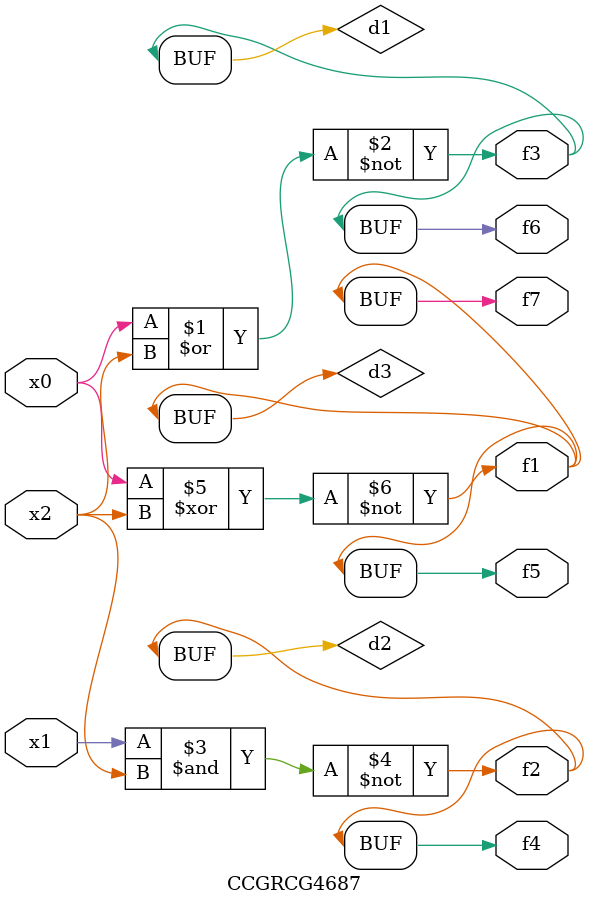
<source format=v>
module CCGRCG4687(
	input x0, x1, x2,
	output f1, f2, f3, f4, f5, f6, f7
);

	wire d1, d2, d3;

	nor (d1, x0, x2);
	nand (d2, x1, x2);
	xnor (d3, x0, x2);
	assign f1 = d3;
	assign f2 = d2;
	assign f3 = d1;
	assign f4 = d2;
	assign f5 = d3;
	assign f6 = d1;
	assign f7 = d3;
endmodule

</source>
